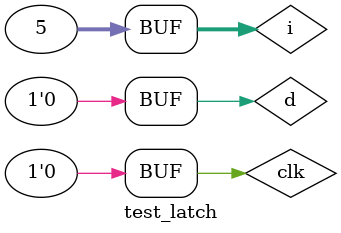
<source format=sv>
module test_latch;
reg clk, d;
integer i;
wire q;
latch l1(q, clk, d);
initial
begin
$monitor("time=%d d=%b---------------q=%b ", $time, d, q);
for (i = 0; i < 5; i = i + 1)
begin
{clk, d} = i;
end
end
endmodule
</source>
